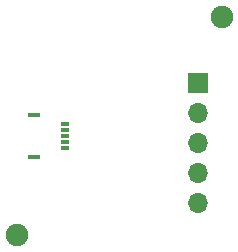
<source format=gts>
%TF.GenerationSoftware,KiCad,Pcbnew,(6.0.7)*%
%TF.CreationDate,2023-02-13T15:53:41-05:00*%
%TF.ProjectId,joycon,6a6f7963-6f6e-42e6-9b69-6361645f7063,rev?*%
%TF.SameCoordinates,Original*%
%TF.FileFunction,Soldermask,Top*%
%TF.FilePolarity,Negative*%
%FSLAX46Y46*%
G04 Gerber Fmt 4.6, Leading zero omitted, Abs format (unit mm)*
G04 Created by KiCad (PCBNEW (6.0.7)) date 2023-02-13 15:53:41*
%MOMM*%
%LPD*%
G01*
G04 APERTURE LIST*
%ADD10C,1.900000*%
%ADD11R,1.700000X1.700000*%
%ADD12O,1.700000X1.700000*%
%ADD13R,0.700000X0.300000*%
%ADD14R,1.000000X0.300000*%
G04 APERTURE END LIST*
D10*
%TO.C,REF\u002A\u002A*%
X131318000Y-107442000D03*
%TD*%
%TO.C,REF\u002A\u002A*%
X148640800Y-89027000D03*
%TD*%
D11*
%TO.C,J2*%
X146685000Y-94615000D03*
D12*
X146685000Y-97155000D03*
X146685000Y-99695000D03*
X146685000Y-102235000D03*
X146685000Y-104775000D03*
%TD*%
D13*
%TO.C,J1*%
X135386000Y-98060000D03*
X135386000Y-98560000D03*
X135386000Y-99060000D03*
X135386000Y-99560000D03*
X135386000Y-100060000D03*
D14*
X132736000Y-97270000D03*
X132736000Y-100850000D03*
%TD*%
M02*

</source>
